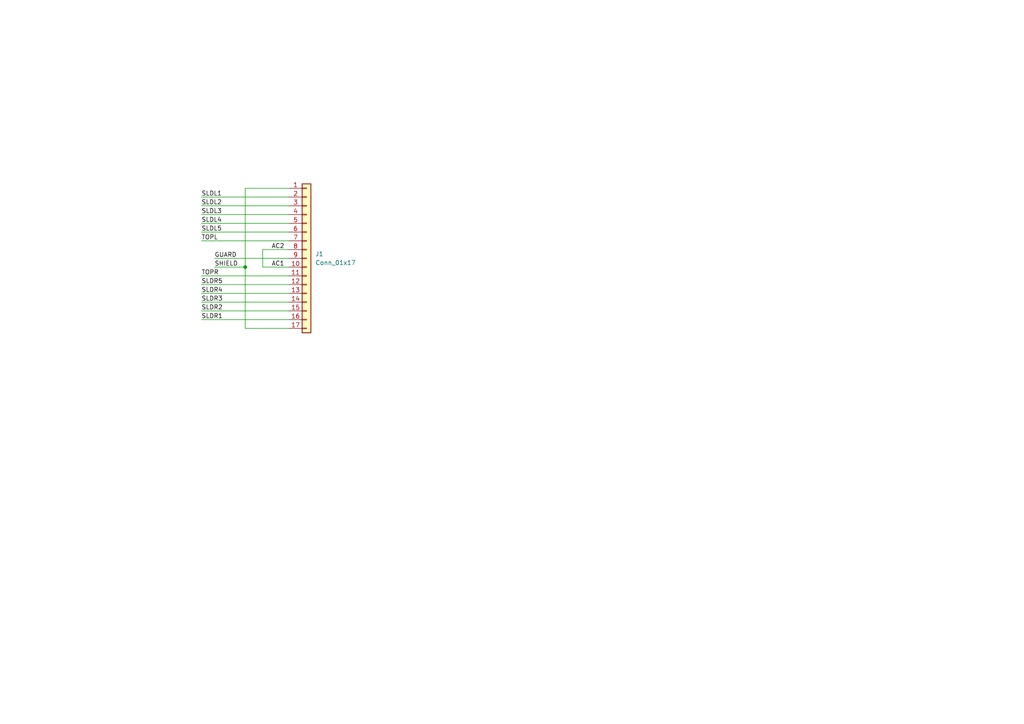
<source format=kicad_sch>
(kicad_sch (version 20231120) (generator "eeschema") (generator_version "8.0")
  (paper "A4")
  (lib_symbols
    (symbol "Connector_Generic:Conn_01x17" (pin_names (offset 1.016) hide)
      (property "Reference" "J" (at 0 22.86 0))
      (property "Value" "Conn_01x17" (at 0 -22.86 0))
      (symbol "Conn_01x17_1_1"
        (rectangle (start -1.27 -20.193) (end 0 -20.447) (stroke (width 0.1524)))
        (rectangle (start -1.27 -17.653) (end 0 -17.907) (stroke (width 0.1524)))
        (rectangle (start -1.27 -15.113) (end 0 -15.367) (stroke (width 0.1524)))
        (rectangle (start -1.27 -12.573) (end 0 -12.827) (stroke (width 0.1524)))
        (rectangle (start -1.27 -10.033) (end 0 -10.287) (stroke (width 0.1524)))
        (rectangle (start -1.27 -7.493) (end 0 -7.747) (stroke (width 0.1524)))
        (rectangle (start -1.27 -4.953) (end 0 -5.207) (stroke (width 0.1524)))
        (rectangle (start -1.27 -2.413) (end 0 -2.667) (stroke (width 0.1524)))
        (rectangle (start -1.27 0.127) (end 0 -0.127) (stroke (width 0.1524)))
        (rectangle (start -1.27 2.667) (end 0 2.413) (stroke (width 0.1524)))
        (rectangle (start -1.27 5.207) (end 0 4.953) (stroke (width 0.1524)))
        (rectangle (start -1.27 7.747) (end 0 7.493) (stroke (width 0.1524)))
        (rectangle (start -1.27 10.287) (end 0 10.033) (stroke (width 0.1524)))
        (rectangle (start -1.27 12.827) (end 0 12.573) (stroke (width 0.1524)))
        (rectangle (start -1.27 15.367) (end 0 15.113) (stroke (width 0.1524)))
        (rectangle (start -1.27 17.907) (end 0 17.653) (stroke (width 0.1524)))
        (rectangle (start -1.27 20.447) (end 0 20.193) (stroke (width 0.1524)))
        (rectangle (start -1.27 21.59) (end 1.27 -21.59) (stroke (width 0.254)) (fill (type background)))
        (pin passive line (at -5.08 20.32 0) (length 3.81) (name "Pin_1") (number "1"))
        (pin passive line (at -5.08 -2.54 0) (length 3.81) (name "Pin_10") (number "10"))
        (pin passive line (at -5.08 -5.08 0) (length 3.81) (name "Pin_11") (number "11"))
        (pin passive line (at -5.08 -7.62 0) (length 3.81) (name "Pin_12") (number "12"))
        (pin passive line (at -5.08 -10.16 0) (length 3.81) (name "Pin_13") (number "13"))
        (pin passive line (at -5.08 -12.7 0) (length 3.81) (name "Pin_14") (number "14"))
        (pin passive line (at -5.08 -15.24 0) (length 3.81) (name "Pin_15") (number "15"))
        (pin passive line (at -5.08 -17.78 0) (length 3.81) (name "Pin_16") (number "16"))
        (pin passive line (at -5.08 -20.32 0) (length 3.81) (name "Pin_17") (number "17"))
        (pin passive line (at -5.08 17.78 0) (length 3.81) (name "Pin_2") (number "2"))
        (pin passive line (at -5.08 15.24 0) (length 3.81) (name "Pin_3") (number "3"))
        (pin passive line (at -5.08 12.7 0) (length 3.81) (name "Pin_4") (number "4"))
        (pin passive line (at -5.08 10.16 0) (length 3.81) (name "Pin_5") (number "5"))
        (pin passive line (at -5.08 7.62 0) (length 3.81) (name "Pin_6") (number "6"))
        (pin passive line (at -5.08 5.08 0) (length 3.81) (name "Pin_7") (number "7"))
        (pin passive line (at -5.08 2.54 0) (length 3.81) (name "Pin_8") (number "8"))
        (pin passive line (at -5.08 0 0) (length 3.81) (name "Pin_9") (number "9"))
      )
    )
  )
  (junction (at 71.12 77.47))
  (wire (pts (xy 58.42 82.55) (xy 83.82 82.55)))
  (wire (pts (xy 58.42 80.01) (xy 83.82 80.01)))
  (wire (pts (xy 58.42 85.09) (xy 83.82 85.09)))
  (wire (pts (xy 83.82 54.61) (xy 71.12 54.61)))
  (wire (pts (xy 58.42 64.77) (xy 83.82 64.77)))
  (wire (pts (xy 58.42 69.85) (xy 83.82 69.85)))
  (wire (pts (xy 76.2 72.39) (xy 76.2 77.47)))
  (wire (pts (xy 58.42 92.71) (xy 83.82 92.71)))
  (wire (pts (xy 58.42 59.69) (xy 83.82 59.69)))
  (wire (pts (xy 58.42 90.17) (xy 83.82 90.17)))
  (wire (pts (xy 58.42 62.23) (xy 83.82 62.23)))
  (wire (pts (xy 76.2 77.47) (xy 83.82 77.47)))
  (wire (pts (xy 58.42 87.63) (xy 83.82 87.63)))
  (wire (pts (xy 58.42 57.15) (xy 83.82 57.15)))
  (wire (pts (xy 62.23 77.47) (xy 71.12 77.47)))
  (wire (pts (xy 71.12 95.25) (xy 83.82 95.25)))
  (wire (pts (xy 71.12 54.61) (xy 71.12 77.47)))
  (wire (pts (xy 71.12 77.47) (xy 71.12 95.25)))
  (wire (pts (xy 76.2 72.39) (xy 83.82 72.39)))
  (wire (pts (xy 58.42 67.31) (xy 83.82 67.31)))
  (wire (pts (xy 62.23 74.93) (xy 83.82 74.93)))
  (label "GUARD" (at 62.23 74.93 0))
  (label "SLDL4" (at 58.42 64.77 0))
  (label "SLDL1" (at 58.42 57.15 0))
  (label "SLDR5" (at 58.42 82.55 0))
  (label "SLDL5" (at 58.42 67.31 0))
  (label "TOPL" (at 58.42 69.85 0))
  (label "SLDL2" (at 58.42 59.69 0))
  (label "SLDR2" (at 58.42 90.17 0))
  (label "AC2" (at 78.74 72.39 0))
  (label "SLDL3" (at 58.42 62.23 0))
  (label "SLDR4" (at 58.42 85.09 0))
  (label "SHIELD" (at 62.23 77.47 0))
  (label "AC1" (at 78.74 77.47 0))
  (label "SLDR1" (at 58.42 92.71 0))
  (label "TOPR" (at 58.42 80.01 0))
  (label "SLDR3" (at 58.42 87.63 0))
  (symbol (lib_id "Connector_Generic:Conn_01x17") (at 88.9 74.93 0) (unit 1)
    (property "Reference" "J1" (at 91.44 73.66 0) (effects (justify left)))
    (property "Value" "Conn_01x17" (at 91.44 76.2 0) (effects (justify left)))
    (property "Footprint" "maxfootprints:fpc17p0.3mmEdge" (effects (hide yes)))
    (property "LCSC" "C2889268" (effects (hide yes)))
  )
)
</source>
